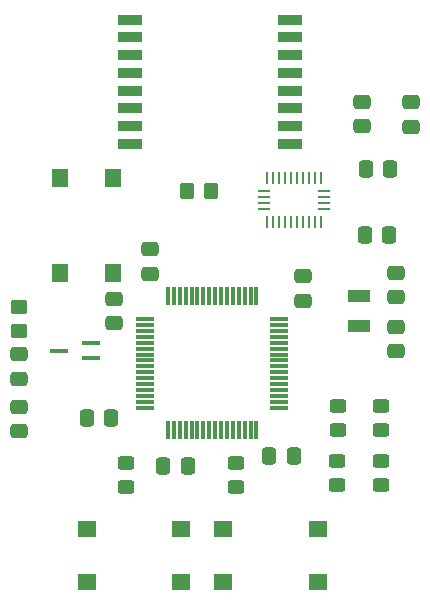
<source format=gtp>
G04 #@! TF.GenerationSoftware,KiCad,Pcbnew,7.0.10*
G04 #@! TF.CreationDate,2024-03-08T11:33:54-05:00*
G04 #@! TF.ProjectId,swipe-stack-glove,73776970-652d-4737-9461-636b2d676c6f,1*
G04 #@! TF.SameCoordinates,Original*
G04 #@! TF.FileFunction,Paste,Top*
G04 #@! TF.FilePolarity,Positive*
%FSLAX46Y46*%
G04 Gerber Fmt 4.6, Leading zero omitted, Abs format (unit mm)*
G04 Created by KiCad (PCBNEW 7.0.10) date 2024-03-08 11:33:54*
%MOMM*%
%LPD*%
G01*
G04 APERTURE LIST*
G04 Aperture macros list*
%AMRoundRect*
0 Rectangle with rounded corners*
0 $1 Rounding radius*
0 $2 $3 $4 $5 $6 $7 $8 $9 X,Y pos of 4 corners*
0 Add a 4 corners polygon primitive as box body*
4,1,4,$2,$3,$4,$5,$6,$7,$8,$9,$2,$3,0*
0 Add four circle primitives for the rounded corners*
1,1,$1+$1,$2,$3*
1,1,$1+$1,$4,$5*
1,1,$1+$1,$6,$7*
1,1,$1+$1,$8,$9*
0 Add four rect primitives between the rounded corners*
20,1,$1+$1,$2,$3,$4,$5,0*
20,1,$1+$1,$4,$5,$6,$7,0*
20,1,$1+$1,$6,$7,$8,$9,0*
20,1,$1+$1,$8,$9,$2,$3,0*%
G04 Aperture macros list end*
%ADD10RoundRect,0.250000X-0.475000X0.337500X-0.475000X-0.337500X0.475000X-0.337500X0.475000X0.337500X0*%
%ADD11R,1.600000X1.400000*%
%ADD12RoundRect,0.250000X0.350000X0.450000X-0.350000X0.450000X-0.350000X-0.450000X0.350000X-0.450000X0*%
%ADD13RoundRect,0.250000X0.475000X-0.337500X0.475000X0.337500X-0.475000X0.337500X-0.475000X-0.337500X0*%
%ADD14RoundRect,0.250000X0.337500X0.475000X-0.337500X0.475000X-0.337500X-0.475000X0.337500X-0.475000X0*%
%ADD15R,1.500000X0.450000*%
%ADD16R,1.900000X1.100000*%
%ADD17RoundRect,0.250000X0.450000X-0.325000X0.450000X0.325000X-0.450000X0.325000X-0.450000X-0.325000X0*%
%ADD18RoundRect,0.250000X-0.337500X-0.475000X0.337500X-0.475000X0.337500X0.475000X-0.337500X0.475000X0*%
%ADD19RoundRect,0.250000X-0.450000X0.325000X-0.450000X-0.325000X0.450000X-0.325000X0.450000X0.325000X0*%
%ADD20R,0.257000X1.085000*%
%ADD21R,1.040000X0.257000*%
%ADD22R,1.400000X1.600000*%
%ADD23RoundRect,0.075000X-0.700000X-0.075000X0.700000X-0.075000X0.700000X0.075000X-0.700000X0.075000X0*%
%ADD24RoundRect,0.075000X-0.075000X-0.700000X0.075000X-0.700000X0.075000X0.700000X-0.075000X0.700000X0*%
%ADD25R,2.000000X0.900000*%
%ADD26RoundRect,0.250000X-0.450000X0.350000X-0.450000X-0.350000X0.450000X-0.350000X0.450000X0.350000X0*%
G04 APERTURE END LIST*
D10*
X167890000Y-99500000D03*
X167890000Y-101575000D03*
D11*
X149710000Y-121130000D03*
X141710000Y-121130000D03*
X149710000Y-116630000D03*
X141710000Y-116630000D03*
D12*
X152220000Y-88030000D03*
X150220000Y-88030000D03*
D13*
X164970000Y-82497500D03*
X164970000Y-80422500D03*
D14*
X159217500Y-110450000D03*
X157142500Y-110450000D03*
D15*
X142012595Y-102160859D03*
X142012595Y-100860859D03*
X139352595Y-101510859D03*
D11*
X161270000Y-121130000D03*
X153270000Y-121130000D03*
X161270000Y-116630000D03*
X153270000Y-116630000D03*
D16*
X164780000Y-96907500D03*
X164780000Y-99407500D03*
D14*
X167307500Y-91740000D03*
X165232500Y-91740000D03*
D17*
X162924000Y-108249922D03*
X162924000Y-106199922D03*
D14*
X150257500Y-111252000D03*
X148182500Y-111252000D03*
D18*
X165322500Y-86150000D03*
X167397500Y-86150000D03*
D17*
X162914000Y-112914922D03*
X162914000Y-110864922D03*
D10*
X135940000Y-106262500D03*
X135940000Y-108337500D03*
D13*
X167890000Y-96995000D03*
X167890000Y-94920000D03*
D19*
X154350000Y-111045000D03*
X154350000Y-113095000D03*
D10*
X160020000Y-95228500D03*
X160020000Y-97303500D03*
D20*
X161488500Y-90617500D03*
D21*
X161800000Y-89500000D03*
X161800000Y-89000000D03*
X161800000Y-88500000D03*
X161800000Y-88000000D03*
D20*
X161490000Y-86880000D03*
X160990000Y-86880000D03*
X160490000Y-86880000D03*
X159990000Y-86880000D03*
X159490000Y-86880000D03*
X158990000Y-86880000D03*
X158490000Y-86880000D03*
X157990000Y-86880000D03*
X157490000Y-86880000D03*
X156990000Y-86880000D03*
D21*
X156670000Y-88000000D03*
X156670000Y-88500000D03*
X156670000Y-89000000D03*
X156670000Y-89498500D03*
D20*
X156990000Y-90620000D03*
X157490000Y-90620000D03*
X157990000Y-90620000D03*
X158490000Y-90620000D03*
X158990000Y-90620000D03*
X159490000Y-90620000D03*
X159990000Y-90620000D03*
X160490000Y-90620000D03*
X160990000Y-90620000D03*
D22*
X143930000Y-86900000D03*
X143930000Y-94900000D03*
X139430000Y-86900000D03*
X139430000Y-94900000D03*
D13*
X143990000Y-99177500D03*
X143990000Y-97102500D03*
D23*
X146638000Y-98846000D03*
X146638000Y-99346000D03*
X146638000Y-99846000D03*
X146638000Y-100346000D03*
X146638000Y-100846000D03*
X146638000Y-101346000D03*
X146638000Y-101846000D03*
X146638000Y-102346000D03*
X146638000Y-102846000D03*
X146638000Y-103346000D03*
X146638000Y-103846000D03*
X146638000Y-104346000D03*
X146638000Y-104846000D03*
X146638000Y-105346000D03*
X146638000Y-105846000D03*
X146638000Y-106346000D03*
D24*
X148563000Y-108271000D03*
X149063000Y-108271000D03*
X149563000Y-108271000D03*
X150063000Y-108271000D03*
X150563000Y-108271000D03*
X151063000Y-108271000D03*
X151563000Y-108271000D03*
X152063000Y-108271000D03*
X152563000Y-108271000D03*
X153063000Y-108271000D03*
X153563000Y-108271000D03*
X154063000Y-108271000D03*
X154563000Y-108271000D03*
X155063000Y-108271000D03*
X155563000Y-108271000D03*
X156063000Y-108271000D03*
D23*
X157988000Y-106346000D03*
X157988000Y-105846000D03*
X157988000Y-105346000D03*
X157988000Y-104846000D03*
X157988000Y-104346000D03*
X157988000Y-103846000D03*
X157988000Y-103346000D03*
X157988000Y-102846000D03*
X157988000Y-102346000D03*
X157988000Y-101846000D03*
X157988000Y-101346000D03*
X157988000Y-100846000D03*
X157988000Y-100346000D03*
X157988000Y-99846000D03*
X157988000Y-99346000D03*
X157988000Y-98846000D03*
D24*
X156063000Y-96921000D03*
X155563000Y-96921000D03*
X155063000Y-96921000D03*
X154563000Y-96921000D03*
X154063000Y-96921000D03*
X153563000Y-96921000D03*
X153063000Y-96921000D03*
X152563000Y-96921000D03*
X152063000Y-96921000D03*
X151563000Y-96921000D03*
X151063000Y-96921000D03*
X150563000Y-96921000D03*
X150063000Y-96921000D03*
X149563000Y-96921000D03*
X149063000Y-96921000D03*
X148563000Y-96921000D03*
D25*
X145380000Y-73490000D03*
X145380000Y-74990000D03*
X145380000Y-76490000D03*
X145380000Y-77990000D03*
X145380000Y-79490000D03*
X145380000Y-80990000D03*
X145380000Y-82490000D03*
X145380000Y-83990000D03*
X158880000Y-83990000D03*
X158880000Y-82490000D03*
X158880000Y-80990000D03*
X158880000Y-79490000D03*
X158880000Y-77990000D03*
X158880000Y-76490000D03*
X158880000Y-74990000D03*
X158880000Y-73490000D03*
D13*
X147066000Y-94996000D03*
X147066000Y-92921000D03*
D17*
X166624000Y-108244922D03*
X166624000Y-106194922D03*
D13*
X169170000Y-82567500D03*
X169170000Y-80492500D03*
D14*
X143785500Y-107188000D03*
X141710500Y-107188000D03*
D19*
X145034000Y-110989000D03*
X145034000Y-113039000D03*
D10*
X135950000Y-101812500D03*
X135950000Y-103887500D03*
D17*
X166614000Y-112909922D03*
X166614000Y-110859922D03*
D26*
X135920000Y-97830000D03*
X135920000Y-99830000D03*
M02*

</source>
